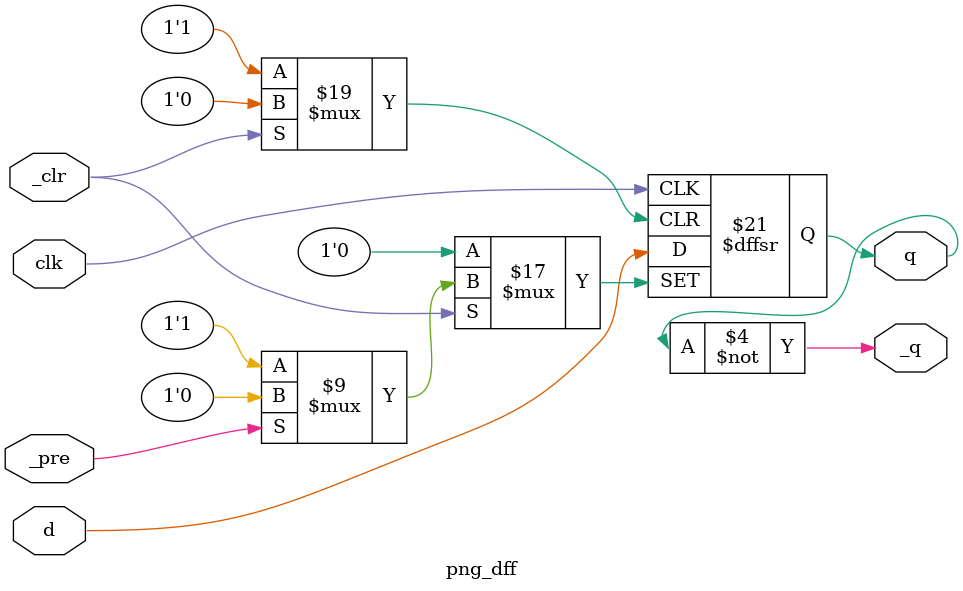
<source format=v>
/*
  MIT License

  Copyright (c) 2019 Richard Eng

  Permission is hereby granted, free of charge, to any person obtaining a copy
  of this software and associated documentation files (the "Software"), to deal
  in the Software without restriction, including without limitation the rights
  to use, copy, modify, merge, publish, distribute, sublicense, and/or sell
  copies of the Software, and to permit persons to whom the Software is
  furnished to do so, subject to the following conditions:

  The above copyright notice and this permission notice shall be included in all
  copies or substantial portions of the Software.

  THE SOFTWARE IS PROVIDED "AS IS", WITHOUT WARRANTY OF ANY KIND, EXPRESS OR
  IMPLIED, INCLUDING BUT NOT LIMITED TO THE WARRANTIES OF MERCHANTABILITY,
  FITNESS FOR A PARTICULAR PURPOSE AND NONINFRINGEMENT. IN NO EVENT SHALL THE
  AUTHORS OR COPYRIGHT HOLDERS BE LIABLE FOR ANY CLAIM, DAMAGES OR OTHER
  LIABILITY, WHETHER IN AN ACTION OF CONTRACT, TORT OR OTHERWISE, ARISING FROM,
  OUT OF OR IN CONNECTION WITH THE SOFTWARE OR THE USE OR OTHER DEALINGS IN THE
  SOFTWARE.
*/

/*
  Positive-Edge-Triggered D Flip-Flop with
  Preset, Clear and Complementary Outputs
*/
`default_nettype none

module png_dff
(
    input wire  clk, d, _clr, _pre,
    output reg  q,
    output wire _q
);

always @(posedge clk or negedge _clr or negedge _pre) begin
    if (_clr == 1'b0) begin
        q <= 1'b0;
    end else if (_pre == 1'b0) begin
        q <= 1'b1;
    end else begin
        q <= d;
    end
end

assign _q = ~q;

endmodule

</source>
